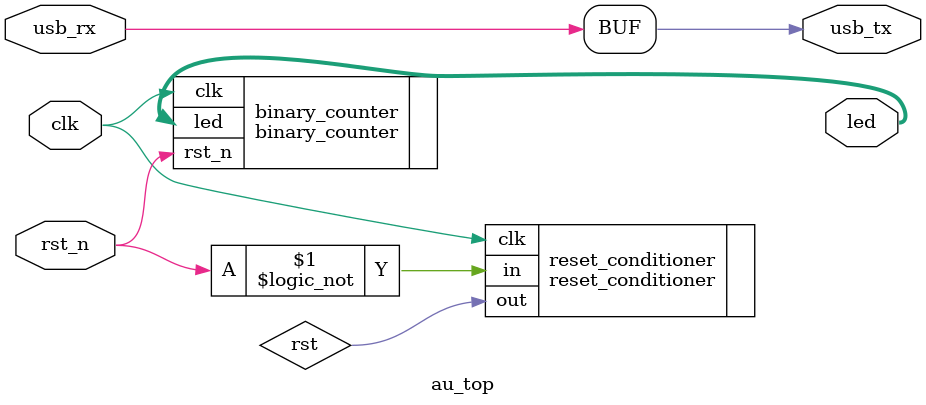
<source format=v>
module au_top(
    input clk,              // 100MHz clock
    input rst_n,            // reset button (active low)
    output [7:0] led,       // 8 user controllable LEDs
    input usb_rx,           // USB->Serial input
    output usb_tx           // USB->Serial output
    );
    
    wire rst;
    
    // The reset conditioner is used to synchronize the reset signal to the FPGA
    // clock. This ensures the entire FPGA comes out of reset at the same time.
    reset_conditioner reset_conditioner(.clk(clk), .in(!rst_n), .out(rst));
    
    binary_counter binary_counter(.clk(clk), .rst_n(rst_n), .led(led));

    assign usb_tx = usb_rx;  // echo the serial data
    
endmodule
</source>
